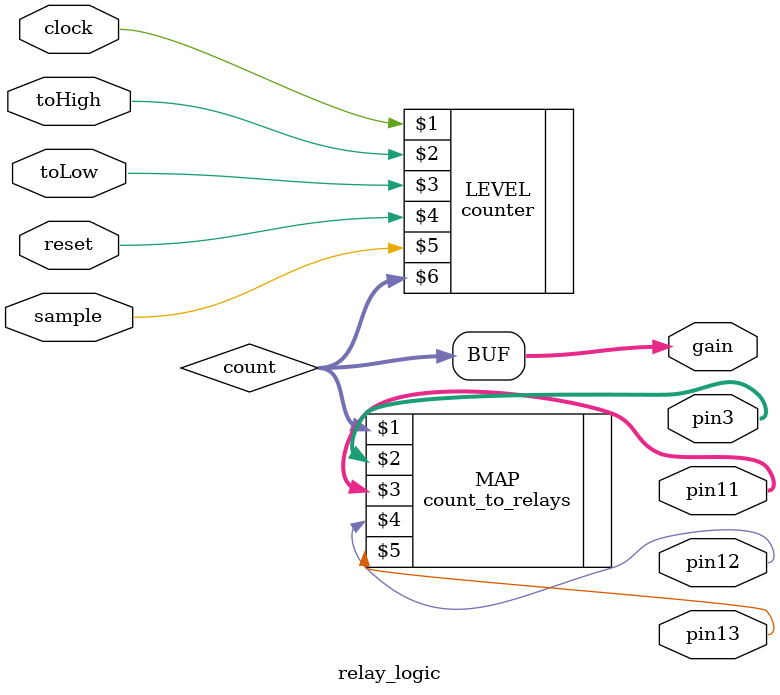
<source format=v>
module relay_logic(input clock, input toHigh, input toLow, input reset, input sample, output [2:0] pin3, output [2:0] pin11, output pin12, output pin13, output [3:0] gain);

wire [3:0] count;
assign gain = count;

counter			LEVEL(clock, toHigh, toLow, reset, sample, count);
count_to_relays MAP(count, pin3, pin11, pin12, pin13);

endmodule
</source>
